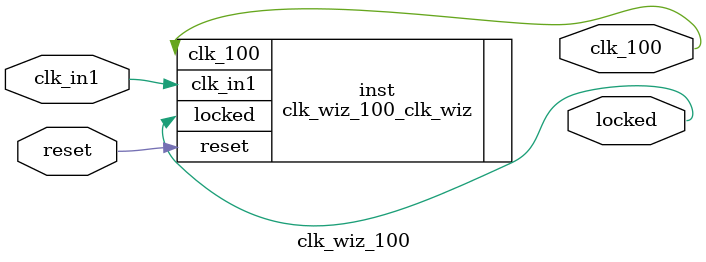
<source format=v>


`timescale 1ps/1ps

(* CORE_GENERATION_INFO = "clk_wiz_100,clk_wiz_v6_0_6_0_0,{component_name=clk_wiz_100,use_phase_alignment=true,use_min_o_jitter=false,use_max_i_jitter=false,use_dyn_phase_shift=false,use_inclk_switchover=false,use_dyn_reconfig=false,enable_axi=0,feedback_source=FDBK_AUTO,PRIMITIVE=MMCM,num_out_clk=1,clkin1_period=10.000,clkin2_period=10.000,use_power_down=false,use_reset=true,use_locked=true,use_inclk_stopped=false,feedback_type=SINGLE,CLOCK_MGR_TYPE=NA,manual_override=false}" *)

module clk_wiz_100 
 (
  // Clock out ports
  output        clk_100,
  // Status and control signals
  input         reset,
  output        locked,
 // Clock in ports
  input         clk_in1
 );

  clk_wiz_100_clk_wiz inst
  (
  // Clock out ports  
  .clk_100(clk_100),
  // Status and control signals               
  .reset(reset), 
  .locked(locked),
 // Clock in ports
  .clk_in1(clk_in1)
  );

endmodule

</source>
